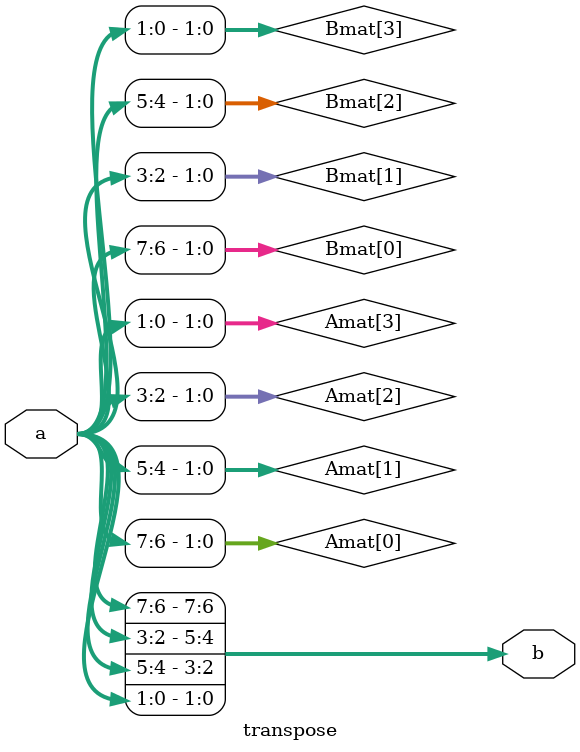
<source format=v>
`timescale 1ns / 1ps


module transpose #(	parameter M=2, parameter N=2,	parameter nBits=2)
	(	
		input  [N*M*nBits-1:0]a, 
		output [N*M*nBits-1:0]b
	);
	 

	
	wire [nBits-1:0]Amat[0:M-1][0:N-1];
	wire [nBits-1:0]Bmat[0:N-1][0:M-1];
	
	genvar i,j;
	
	generate
		for (i = 0; i < M; i = i + 1) begin: loop1
			for (j = 0; j < N; j = j + 1) begin: loop2
					assign Amat[i][j]=a[M*N*nBits-N*i*nBits-j*nBits-1:M*N*nBits-N*i*nBits-j*nBits-nBits];
			end
		end
	endgenerate
	
	generate
		for (i = 0; i < M; i = i + 1) begin: loop3
			for (j = 0; j < N; j = j + 1) begin: loop4
					assign Bmat[j][i]=Amat[i][j];
			end
		end
	endgenerate
	
	generate
		for (i = 0; i < N; i = i + 1) begin: loop5
			for (j = 0; j < M; j = j + 1) begin: loop6
					assign b[M*N*nBits-M*i*nBits-j*nBits-1:M*N*nBits-M*i*nBits-j*nBits-nBits]=Bmat[i][j];
			end
		end
	endgenerate
	
	
endmodule


</source>
